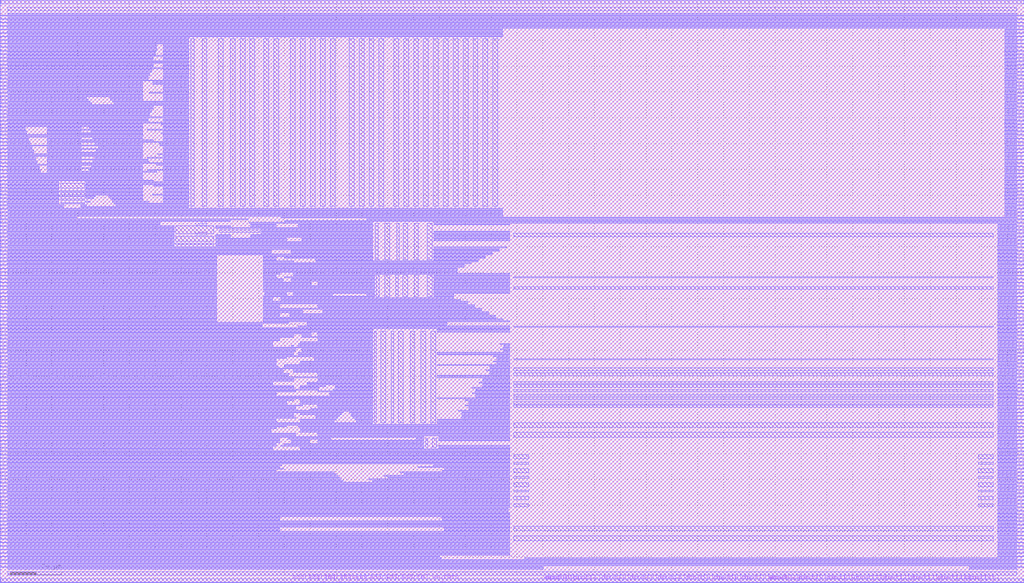
<source format=lef>
VERSION 5.8 ; 
BUSBITCHARS "[]" ; 
DIVIDERCHAR "/" ; 
MACRO sram22_256x16m8w8
    CLASS BLOCK  ;
    FOREIGN sram22_256x16m8w8   ;
    SIZE 396.360 BY 225.680 ;
    SYMMETRY X Y R90 ;
    PIN dout[0] 
        DIRECTION OUTPUT ; 
        ANTENNADIFFAREA 0.448000 LAYER met2 ;
        ANTENNAPARTIALMETALAREA 0.950300 LAYER met1 ;
        ANTENNAPARTIALMETALAREA 7.335400 LAYER met2 ;
        PORT 
            LAYER met1 ;
                RECT 210.910 0.000 211.050 0.140 ;
        END 
    END dout[0] 
    PIN dout[1] 
        DIRECTION OUTPUT ; 
        ANTENNADIFFAREA 0.448000 LAYER met2 ;
        ANTENNAPARTIALMETALAREA 0.950300 LAYER met1 ;
        ANTENNAPARTIALMETALAREA 7.335400 LAYER met2 ;
        PORT 
            LAYER met1 ;
                RECT 221.810 0.000 221.950 0.140 ;
        END 
    END dout[1] 
    PIN dout[2] 
        DIRECTION OUTPUT ; 
        ANTENNADIFFAREA 0.448000 LAYER met2 ;
        ANTENNAPARTIALMETALAREA 0.950300 LAYER met1 ;
        ANTENNAPARTIALMETALAREA 7.335400 LAYER met2 ;
        PORT 
            LAYER met1 ;
                RECT 232.710 0.000 232.850 0.140 ;
        END 
    END dout[2] 
    PIN dout[3] 
        DIRECTION OUTPUT ; 
        ANTENNADIFFAREA 0.448000 LAYER met2 ;
        ANTENNAPARTIALMETALAREA 0.950300 LAYER met1 ;
        ANTENNAPARTIALMETALAREA 7.335400 LAYER met2 ;
        PORT 
            LAYER met1 ;
                RECT 243.610 0.000 243.750 0.140 ;
        END 
    END dout[3] 
    PIN dout[4] 
        DIRECTION OUTPUT ; 
        ANTENNADIFFAREA 0.448000 LAYER met2 ;
        ANTENNAPARTIALMETALAREA 0.950300 LAYER met1 ;
        ANTENNAPARTIALMETALAREA 7.335400 LAYER met2 ;
        PORT 
            LAYER met1 ;
                RECT 254.510 0.000 254.650 0.140 ;
        END 
    END dout[4] 
    PIN dout[5] 
        DIRECTION OUTPUT ; 
        ANTENNADIFFAREA 0.448000 LAYER met2 ;
        ANTENNAPARTIALMETALAREA 0.950300 LAYER met1 ;
        ANTENNAPARTIALMETALAREA 7.335400 LAYER met2 ;
        PORT 
            LAYER met1 ;
                RECT 265.410 0.000 265.550 0.140 ;
        END 
    END dout[5] 
    PIN dout[6] 
        DIRECTION OUTPUT ; 
        ANTENNADIFFAREA 0.448000 LAYER met2 ;
        ANTENNAPARTIALMETALAREA 0.950300 LAYER met1 ;
        ANTENNAPARTIALMETALAREA 7.335400 LAYER met2 ;
        PORT 
            LAYER met1 ;
                RECT 276.310 0.000 276.450 0.140 ;
        END 
    END dout[6] 
    PIN dout[7] 
        DIRECTION OUTPUT ; 
        ANTENNADIFFAREA 0.448000 LAYER met2 ;
        ANTENNAPARTIALMETALAREA 0.950300 LAYER met1 ;
        ANTENNAPARTIALMETALAREA 7.335400 LAYER met2 ;
        PORT 
            LAYER met1 ;
                RECT 287.210 0.000 287.350 0.140 ;
        END 
    END dout[7] 
    PIN dout[8] 
        DIRECTION OUTPUT ; 
        ANTENNADIFFAREA 0.448000 LAYER met2 ;
        ANTENNAPARTIALMETALAREA 0.950300 LAYER met1 ;
        ANTENNAPARTIALMETALAREA 7.335400 LAYER met2 ;
        PORT 
            LAYER met1 ;
                RECT 298.110 0.000 298.250 0.140 ;
        END 
    END dout[8] 
    PIN dout[9] 
        DIRECTION OUTPUT ; 
        ANTENNADIFFAREA 0.448000 LAYER met2 ;
        ANTENNAPARTIALMETALAREA 0.950300 LAYER met1 ;
        ANTENNAPARTIALMETALAREA 7.335400 LAYER met2 ;
        PORT 
            LAYER met1 ;
                RECT 309.010 0.000 309.150 0.140 ;
        END 
    END dout[9] 
    PIN dout[10] 
        DIRECTION OUTPUT ; 
        ANTENNADIFFAREA 0.448000 LAYER met2 ;
        ANTENNAPARTIALMETALAREA 0.950300 LAYER met1 ;
        ANTENNAPARTIALMETALAREA 7.335400 LAYER met2 ;
        PORT 
            LAYER met1 ;
                RECT 319.910 0.000 320.050 0.140 ;
        END 
    END dout[10] 
    PIN dout[11] 
        DIRECTION OUTPUT ; 
        ANTENNADIFFAREA 0.448000 LAYER met2 ;
        ANTENNAPARTIALMETALAREA 0.950300 LAYER met1 ;
        ANTENNAPARTIALMETALAREA 7.335400 LAYER met2 ;
        PORT 
            LAYER met1 ;
                RECT 330.810 0.000 330.950 0.140 ;
        END 
    END dout[11] 
    PIN dout[12] 
        DIRECTION OUTPUT ; 
        ANTENNADIFFAREA 0.448000 LAYER met2 ;
        ANTENNAPARTIALMETALAREA 0.950300 LAYER met1 ;
        ANTENNAPARTIALMETALAREA 7.335400 LAYER met2 ;
        PORT 
            LAYER met1 ;
                RECT 341.710 0.000 341.850 0.140 ;
        END 
    END dout[12] 
    PIN dout[13] 
        DIRECTION OUTPUT ; 
        ANTENNADIFFAREA 0.448000 LAYER met2 ;
        ANTENNAPARTIALMETALAREA 0.950300 LAYER met1 ;
        ANTENNAPARTIALMETALAREA 7.335400 LAYER met2 ;
        PORT 
            LAYER met1 ;
                RECT 352.610 0.000 352.750 0.140 ;
        END 
    END dout[13] 
    PIN dout[14] 
        DIRECTION OUTPUT ; 
        ANTENNADIFFAREA 0.448000 LAYER met2 ;
        ANTENNAPARTIALMETALAREA 0.950300 LAYER met1 ;
        ANTENNAPARTIALMETALAREA 7.335400 LAYER met2 ;
        PORT 
            LAYER met1 ;
                RECT 363.510 0.000 363.650 0.140 ;
        END 
    END dout[14] 
    PIN dout[15] 
        DIRECTION OUTPUT ; 
        ANTENNADIFFAREA 0.448000 LAYER met2 ;
        ANTENNAPARTIALMETALAREA 0.950300 LAYER met1 ;
        ANTENNAPARTIALMETALAREA 7.335400 LAYER met2 ;
        PORT 
            LAYER met1 ;
                RECT 374.410 0.000 374.550 0.140 ;
        END 
    END dout[15] 
    PIN din[0] 
        DIRECTION INPUT ; 
        ANTENNAGATEAREA 0.126000 LAYER met2 ;
        ANTENNAPARTIALMETALAREA 3.811200 LAYER met1 ;
        ANTENNAPARTIALMETALAREA 7.057000 LAYER met2 ;
        PORT 
            LAYER met1 ;
                RECT 210.490 0.000 210.630 0.140 ;
        END 
    END din[0] 
    PIN din[1] 
        DIRECTION INPUT ; 
        ANTENNAGATEAREA 0.126000 LAYER met2 ;
        ANTENNAPARTIALMETALAREA 3.811200 LAYER met1 ;
        ANTENNAPARTIALMETALAREA 7.057000 LAYER met2 ;
        PORT 
            LAYER met1 ;
                RECT 221.390 0.000 221.530 0.140 ;
        END 
    END din[1] 
    PIN din[2] 
        DIRECTION INPUT ; 
        ANTENNAGATEAREA 0.126000 LAYER met2 ;
        ANTENNAPARTIALMETALAREA 3.811200 LAYER met1 ;
        ANTENNAPARTIALMETALAREA 7.057000 LAYER met2 ;
        PORT 
            LAYER met1 ;
                RECT 232.290 0.000 232.430 0.140 ;
        END 
    END din[2] 
    PIN din[3] 
        DIRECTION INPUT ; 
        ANTENNAGATEAREA 0.126000 LAYER met2 ;
        ANTENNAPARTIALMETALAREA 3.811200 LAYER met1 ;
        ANTENNAPARTIALMETALAREA 7.057000 LAYER met2 ;
        PORT 
            LAYER met1 ;
                RECT 243.190 0.000 243.330 0.140 ;
        END 
    END din[3] 
    PIN din[4] 
        DIRECTION INPUT ; 
        ANTENNAGATEAREA 0.126000 LAYER met2 ;
        ANTENNAPARTIALMETALAREA 3.811200 LAYER met1 ;
        ANTENNAPARTIALMETALAREA 7.057000 LAYER met2 ;
        PORT 
            LAYER met1 ;
                RECT 254.090 0.000 254.230 0.140 ;
        END 
    END din[4] 
    PIN din[5] 
        DIRECTION INPUT ; 
        ANTENNAGATEAREA 0.126000 LAYER met2 ;
        ANTENNAPARTIALMETALAREA 3.811200 LAYER met1 ;
        ANTENNAPARTIALMETALAREA 7.057000 LAYER met2 ;
        PORT 
            LAYER met1 ;
                RECT 264.990 0.000 265.130 0.140 ;
        END 
    END din[5] 
    PIN din[6] 
        DIRECTION INPUT ; 
        ANTENNAGATEAREA 0.126000 LAYER met2 ;
        ANTENNAPARTIALMETALAREA 3.811200 LAYER met1 ;
        ANTENNAPARTIALMETALAREA 7.057000 LAYER met2 ;
        PORT 
            LAYER met1 ;
                RECT 275.890 0.000 276.030 0.140 ;
        END 
    END din[6] 
    PIN din[7] 
        DIRECTION INPUT ; 
        ANTENNAGATEAREA 0.126000 LAYER met2 ;
        ANTENNAPARTIALMETALAREA 3.811200 LAYER met1 ;
        ANTENNAPARTIALMETALAREA 7.057000 LAYER met2 ;
        PORT 
            LAYER met1 ;
                RECT 286.790 0.000 286.930 0.140 ;
        END 
    END din[7] 
    PIN din[8] 
        DIRECTION INPUT ; 
        ANTENNAGATEAREA 0.126000 LAYER met2 ;
        ANTENNAPARTIALMETALAREA 3.811200 LAYER met1 ;
        ANTENNAPARTIALMETALAREA 7.057000 LAYER met2 ;
        PORT 
            LAYER met1 ;
                RECT 297.690 0.000 297.830 0.140 ;
        END 
    END din[8] 
    PIN din[9] 
        DIRECTION INPUT ; 
        ANTENNAGATEAREA 0.126000 LAYER met2 ;
        ANTENNAPARTIALMETALAREA 3.811200 LAYER met1 ;
        ANTENNAPARTIALMETALAREA 7.057000 LAYER met2 ;
        PORT 
            LAYER met1 ;
                RECT 308.590 0.000 308.730 0.140 ;
        END 
    END din[9] 
    PIN din[10] 
        DIRECTION INPUT ; 
        ANTENNAGATEAREA 0.126000 LAYER met2 ;
        ANTENNAPARTIALMETALAREA 3.811200 LAYER met1 ;
        ANTENNAPARTIALMETALAREA 7.057000 LAYER met2 ;
        PORT 
            LAYER met1 ;
                RECT 319.490 0.000 319.630 0.140 ;
        END 
    END din[10] 
    PIN din[11] 
        DIRECTION INPUT ; 
        ANTENNAGATEAREA 0.126000 LAYER met2 ;
        ANTENNAPARTIALMETALAREA 3.811200 LAYER met1 ;
        ANTENNAPARTIALMETALAREA 7.057000 LAYER met2 ;
        PORT 
            LAYER met1 ;
                RECT 330.390 0.000 330.530 0.140 ;
        END 
    END din[11] 
    PIN din[12] 
        DIRECTION INPUT ; 
        ANTENNAGATEAREA 0.126000 LAYER met2 ;
        ANTENNAPARTIALMETALAREA 3.811200 LAYER met1 ;
        ANTENNAPARTIALMETALAREA 7.057000 LAYER met2 ;
        PORT 
            LAYER met1 ;
                RECT 341.290 0.000 341.430 0.140 ;
        END 
    END din[12] 
    PIN din[13] 
        DIRECTION INPUT ; 
        ANTENNAGATEAREA 0.126000 LAYER met2 ;
        ANTENNAPARTIALMETALAREA 3.811200 LAYER met1 ;
        ANTENNAPARTIALMETALAREA 7.057000 LAYER met2 ;
        PORT 
            LAYER met1 ;
                RECT 352.190 0.000 352.330 0.140 ;
        END 
    END din[13] 
    PIN din[14] 
        DIRECTION INPUT ; 
        ANTENNAGATEAREA 0.126000 LAYER met2 ;
        ANTENNAPARTIALMETALAREA 3.811200 LAYER met1 ;
        ANTENNAPARTIALMETALAREA 7.057000 LAYER met2 ;
        PORT 
            LAYER met1 ;
                RECT 363.090 0.000 363.230 0.140 ;
        END 
    END din[14] 
    PIN din[15] 
        DIRECTION INPUT ; 
        ANTENNAGATEAREA 0.126000 LAYER met2 ;
        ANTENNAPARTIALMETALAREA 3.811200 LAYER met1 ;
        ANTENNAPARTIALMETALAREA 7.057000 LAYER met2 ;
        PORT 
            LAYER met1 ;
                RECT 373.990 0.000 374.130 0.140 ;
        END 
    END din[15] 
    PIN wmask[0] 
        DIRECTION INPUT ; 
        ANTENNAGATEAREA 0.126000 LAYER met2 ;
        ANTENNAPARTIALMETALAREA 1.621600 LAYER met1 ;
        ANTENNAPARTIALMETALAREA 0.278400 LAYER met2 ;
        PORT 
            LAYER met1 ;
                RECT 210.140 0.000 210.280 0.140 ;
        END 
    END wmask[0] 
    PIN wmask[1] 
        DIRECTION INPUT ; 
        ANTENNAGATEAREA 0.126000 LAYER met2 ;
        ANTENNAPARTIALMETALAREA 1.621600 LAYER met1 ;
        ANTENNAPARTIALMETALAREA 0.278400 LAYER met2 ;
        PORT 
            LAYER met1 ;
                RECT 297.340 0.000 297.480 0.140 ;
        END 
    END wmask[1] 
    PIN addr[0] 
        DIRECTION INPUT ; 
        ANTENNAGATEAREA 0.126000 LAYER met1 ;
        ANTENNAPARTIALMETALAREA 6.063100 LAYER met1 ;
        PORT 
            LAYER met1 ;
                RECT 154.840 0.000 155.160 0.320 ;
        END 
    END addr[0] 
    PIN addr[1] 
        DIRECTION INPUT ; 
        ANTENNAGATEAREA 0.126000 LAYER met1 ;
        ANTENNAPARTIALMETALAREA 6.063100 LAYER met1 ;
        PORT 
            LAYER met1 ;
                RECT 148.720 0.000 149.040 0.320 ;
        END 
    END addr[1] 
    PIN addr[2] 
        DIRECTION INPUT ; 
        ANTENNAGATEAREA 0.126000 LAYER met1 ;
        ANTENNAPARTIALMETALAREA 6.063100 LAYER met1 ;
        PORT 
            LAYER met1 ;
                RECT 142.600 0.000 142.920 0.320 ;
        END 
    END addr[2] 
    PIN addr[3] 
        DIRECTION INPUT ; 
        ANTENNAGATEAREA 0.126000 LAYER met1 ;
        ANTENNAPARTIALMETALAREA 6.063100 LAYER met1 ;
        PORT 
            LAYER met1 ;
                RECT 136.480 0.000 136.800 0.320 ;
        END 
    END addr[3] 
    PIN addr[4] 
        DIRECTION INPUT ; 
        ANTENNAGATEAREA 0.126000 LAYER met1 ;
        ANTENNAPARTIALMETALAREA 6.063100 LAYER met1 ;
        PORT 
            LAYER met1 ;
                RECT 131.040 0.000 131.360 0.320 ;
        END 
    END addr[4] 
    PIN addr[5] 
        DIRECTION INPUT ; 
        ANTENNAGATEAREA 0.126000 LAYER met1 ;
        ANTENNAPARTIALMETALAREA 6.063100 LAYER met1 ;
        PORT 
            LAYER met1 ;
                RECT 124.920 0.000 125.240 0.320 ;
        END 
    END addr[5] 
    PIN addr[6] 
        DIRECTION INPUT ; 
        ANTENNAGATEAREA 0.126000 LAYER met1 ;
        ANTENNAPARTIALMETALAREA 6.063100 LAYER met1 ;
        PORT 
            LAYER met1 ;
                RECT 118.800 0.000 119.120 0.320 ;
        END 
    END addr[6] 
    PIN addr[7] 
        DIRECTION INPUT ; 
        ANTENNAGATEAREA 0.126000 LAYER met1 ;
        ANTENNAPARTIALMETALAREA 6.063100 LAYER met1 ;
        PORT 
            LAYER met1 ;
                RECT 112.680 0.000 113.000 0.320 ;
        END 
    END addr[7] 
    PIN we 
        DIRECTION INPUT ; 
        ANTENNAGATEAREA 0.126000 LAYER met1 ;
        ANTENNAPARTIALMETALAREA 6.063100 LAYER met1 ;
        PORT 
            LAYER met1 ;
                RECT 167.080 0.000 167.400 0.320 ;
        END 
    END we 
    PIN ce 
        DIRECTION INPUT ; 
        ANTENNAGATEAREA 0.126000 LAYER met1 ;
        ANTENNAPARTIALMETALAREA 6.063100 LAYER met1 ;
        PORT 
            LAYER met1 ;
                RECT 160.960 0.000 161.280 0.320 ;
        END 
    END ce 
    PIN clk 
        DIRECTION INPUT ; 
        ANTENNAGATEAREA 12.834000 LAYER met2 ;
        PORT 
            LAYER met1 ;
                RECT 170.480 0.000 170.800 0.320 ;
        END 
    END clk 
    PIN rstb 
        DIRECTION INPUT ; 
        ANTENNAGATEAREA 16.740000 LAYER met2 ;
        PORT 
            LAYER met1 ;
                RECT 171.160 0.000 171.480 0.320 ;
        END 
    END rstb 
    PIN vdd 
        DIRECTION INOUT ; 
        USE POWER ; 
        PORT 
            LAYER met2 ;
                RECT 0.160 5.920 210.240 6.240 ;
                RECT 375.160 5.920 396.200 6.240 ;
                RECT 0.160 7.280 396.200 7.600 ;
                RECT 0.160 8.640 396.200 8.960 ;
                RECT 0.160 10.000 170.120 10.320 ;
                RECT 386.040 10.000 396.200 10.320 ;
                RECT 0.160 11.360 197.320 11.680 ;
                RECT 386.040 11.360 396.200 11.680 ;
                RECT 0.160 12.720 197.320 13.040 ;
                RECT 386.040 12.720 396.200 13.040 ;
                RECT 0.160 14.080 197.320 14.400 ;
                RECT 386.040 14.080 396.200 14.400 ;
                RECT 0.160 15.440 197.320 15.760 ;
                RECT 386.040 15.440 396.200 15.760 ;
                RECT 0.160 16.800 197.320 17.120 ;
                RECT 386.040 16.800 396.200 17.120 ;
                RECT 0.160 18.160 197.320 18.480 ;
                RECT 386.040 18.160 396.200 18.480 ;
                RECT 0.160 19.520 197.320 19.840 ;
                RECT 386.040 19.520 396.200 19.840 ;
                RECT 0.160 20.880 108.240 21.200 ;
                RECT 171.840 20.880 197.320 21.200 ;
                RECT 386.040 20.880 396.200 21.200 ;
                RECT 0.160 22.240 197.320 22.560 ;
                RECT 386.040 22.240 396.200 22.560 ;
                RECT 0.160 23.600 197.320 23.920 ;
                RECT 386.040 23.600 396.200 23.920 ;
                RECT 0.160 24.960 108.240 25.280 ;
                RECT 171.160 24.960 197.320 25.280 ;
                RECT 386.040 24.960 396.200 25.280 ;
                RECT 0.160 26.320 197.320 26.640 ;
                RECT 386.040 26.320 396.200 26.640 ;
                RECT 0.160 27.680 196.640 28.000 ;
                RECT 386.040 27.680 396.200 28.000 ;
                RECT 0.160 29.040 197.320 29.360 ;
                RECT 386.040 29.040 396.200 29.360 ;
                RECT 0.160 30.400 197.320 30.720 ;
                RECT 386.040 30.400 396.200 30.720 ;
                RECT 0.160 31.760 197.320 32.080 ;
                RECT 386.040 31.760 396.200 32.080 ;
                RECT 0.160 33.120 197.320 33.440 ;
                RECT 386.040 33.120 396.200 33.440 ;
                RECT 0.160 34.480 197.320 34.800 ;
                RECT 386.040 34.480 396.200 34.800 ;
                RECT 0.160 35.840 197.320 36.160 ;
                RECT 386.040 35.840 396.200 36.160 ;
                RECT 0.160 37.200 197.320 37.520 ;
                RECT 386.040 37.200 396.200 37.520 ;
                RECT 0.160 38.560 197.320 38.880 ;
                RECT 386.040 38.560 396.200 38.880 ;
                RECT 0.160 39.920 132.040 40.240 ;
                RECT 142.600 39.920 197.320 40.240 ;
                RECT 386.040 39.920 396.200 40.240 ;
                RECT 0.160 41.280 130.680 41.600 ;
                RECT 148.720 41.280 197.320 41.600 ;
                RECT 386.040 41.280 396.200 41.600 ;
                RECT 0.160 42.640 129.320 42.960 ;
                RECT 154.840 42.640 197.320 42.960 ;
                RECT 386.040 42.640 396.200 42.960 ;
                RECT 0.160 44.000 109.600 44.320 ;
                RECT 171.840 44.000 197.320 44.320 ;
                RECT 386.040 44.000 396.200 44.320 ;
                RECT 0.160 45.360 108.920 45.680 ;
                RECT 167.760 45.360 197.320 45.680 ;
                RECT 386.040 45.360 396.200 45.680 ;
                RECT 0.160 46.720 197.320 47.040 ;
                RECT 386.040 46.720 396.200 47.040 ;
                RECT 0.160 48.080 197.320 48.400 ;
                RECT 386.040 48.080 396.200 48.400 ;
                RECT 0.160 49.440 197.320 49.760 ;
                RECT 386.040 49.440 396.200 49.760 ;
                RECT 0.160 50.800 197.320 51.120 ;
                RECT 386.040 50.800 396.200 51.120 ;
                RECT 0.160 52.160 105.520 52.480 ;
                RECT 116.080 52.160 164.000 52.480 ;
                RECT 169.800 52.160 197.320 52.480 ;
                RECT 386.040 52.160 396.200 52.480 ;
                RECT 0.160 53.520 106.880 53.840 ;
                RECT 109.960 53.520 164.000 53.840 ;
                RECT 386.040 53.520 396.200 53.840 ;
                RECT 0.160 54.880 108.240 55.200 ;
                RECT 112.680 54.880 119.800 55.200 ;
                RECT 122.880 54.880 164.000 55.200 ;
                RECT 169.800 54.880 197.320 55.200 ;
                RECT 386.040 54.880 396.200 55.200 ;
                RECT 0.160 56.240 164.000 56.560 ;
                RECT 169.800 56.240 197.320 56.560 ;
                RECT 386.040 56.240 396.200 56.560 ;
                RECT 0.160 57.600 114.360 57.920 ;
                RECT 122.880 57.600 197.320 57.920 ;
                RECT 386.040 57.600 396.200 57.920 ;
                RECT 0.160 58.960 104.840 59.280 ;
                RECT 116.080 58.960 197.320 59.280 ;
                RECT 386.040 58.960 396.200 59.280 ;
                RECT 0.160 60.320 110.960 60.640 ;
                RECT 115.400 60.320 197.320 60.640 ;
                RECT 386.040 60.320 396.200 60.640 ;
                RECT 0.160 61.680 144.280 62.000 ;
                RECT 169.120 61.680 197.320 62.000 ;
                RECT 386.040 61.680 396.200 62.000 ;
                RECT 0.160 63.040 106.880 63.360 ;
                RECT 116.080 63.040 130.000 63.360 ;
                RECT 137.160 63.040 144.280 63.360 ;
                RECT 169.120 63.040 197.320 63.360 ;
                RECT 386.040 63.040 396.200 63.360 ;
                RECT 0.160 64.400 113.680 64.720 ;
                RECT 122.200 64.400 131.360 64.720 ;
                RECT 135.800 64.400 144.280 64.720 ;
                RECT 178.640 64.400 197.320 64.720 ;
                RECT 386.040 64.400 396.200 64.720 ;
                RECT 0.160 65.760 132.720 66.080 ;
                RECT 135.120 65.760 144.280 66.080 ;
                RECT 178.640 65.760 197.320 66.080 ;
                RECT 386.040 65.760 396.200 66.080 ;
                RECT 0.160 67.120 114.360 67.440 ;
                RECT 120.160 67.120 144.280 67.440 ;
                RECT 181.360 67.120 197.320 67.440 ;
                RECT 386.040 67.120 396.200 67.440 ;
                RECT 0.160 68.480 117.080 68.800 ;
                RECT 122.880 68.480 144.280 68.800 ;
                RECT 180.000 68.480 197.320 68.800 ;
                RECT 386.040 68.480 396.200 68.800 ;
                RECT 0.160 69.840 110.960 70.160 ;
                RECT 116.080 69.840 144.280 70.160 ;
                RECT 181.360 69.840 197.320 70.160 ;
                RECT 386.040 69.840 396.200 70.160 ;
                RECT 0.160 71.200 144.280 71.520 ;
                RECT 169.120 71.200 197.320 71.520 ;
                RECT 386.040 71.200 396.200 71.520 ;
                RECT 0.160 72.560 106.880 72.880 ;
                RECT 127.640 72.560 144.280 72.880 ;
                RECT 184.080 72.560 197.320 72.880 ;
                RECT 386.040 72.560 396.200 72.880 ;
                RECT 0.160 73.920 114.360 74.240 ;
                RECT 122.880 73.920 144.280 74.240 ;
                RECT 184.080 73.920 197.320 74.240 ;
                RECT 386.040 73.920 396.200 74.240 ;
                RECT 0.160 75.280 113.680 75.600 ;
                RECT 116.080 75.280 123.200 75.600 ;
                RECT 129.680 75.280 144.280 75.600 ;
                RECT 182.720 75.280 197.320 75.600 ;
                RECT 386.040 75.280 396.200 75.600 ;
                RECT 0.160 76.640 105.520 76.960 ;
                RECT 118.800 76.640 144.280 76.960 ;
                RECT 186.800 76.640 197.320 76.960 ;
                RECT 386.040 76.640 396.200 76.960 ;
                RECT 0.160 78.000 113.680 78.320 ;
                RECT 122.880 78.000 144.280 78.320 ;
                RECT 186.800 78.000 197.320 78.320 ;
                RECT 386.040 78.000 396.200 78.320 ;
                RECT 0.160 79.360 144.280 79.680 ;
                RECT 169.120 79.360 197.320 79.680 ;
                RECT 386.040 79.360 396.200 79.680 ;
                RECT 0.160 80.720 111.640 81.040 ;
                RECT 122.880 80.720 144.280 81.040 ;
                RECT 189.520 80.720 197.320 81.040 ;
                RECT 386.040 80.720 396.200 81.040 ;
                RECT 0.160 82.080 109.600 82.400 ;
                RECT 113.360 82.080 144.280 82.400 ;
                RECT 188.160 82.080 197.320 82.400 ;
                RECT 386.040 82.080 396.200 82.400 ;
                RECT 0.160 83.440 107.560 83.760 ;
                RECT 109.960 83.440 144.280 83.760 ;
                RECT 189.520 83.440 197.320 83.760 ;
                RECT 386.040 83.440 396.200 83.760 ;
                RECT 0.160 84.800 106.880 85.120 ;
                RECT 116.080 84.800 144.280 85.120 ;
                RECT 192.240 84.800 197.320 85.120 ;
                RECT 386.040 84.800 396.200 85.120 ;
                RECT 0.160 86.160 106.880 86.480 ;
                RECT 121.520 86.160 144.280 86.480 ;
                RECT 192.240 86.160 197.320 86.480 ;
                RECT 386.040 86.160 396.200 86.480 ;
                RECT 0.160 87.520 144.280 87.840 ;
                RECT 190.880 87.520 197.320 87.840 ;
                RECT 386.040 87.520 396.200 87.840 ;
                RECT 0.160 88.880 113.680 89.200 ;
                RECT 115.400 88.880 144.280 89.200 ;
                RECT 169.120 88.880 197.320 89.200 ;
                RECT 386.040 88.880 396.200 89.200 ;
                RECT 0.160 90.240 114.360 90.560 ;
                RECT 116.760 90.240 144.280 90.560 ;
                RECT 193.600 90.240 197.320 90.560 ;
                RECT 386.040 90.240 396.200 90.560 ;
                RECT 0.160 91.600 105.520 91.920 ;
                RECT 112.680 91.600 113.680 91.920 ;
                RECT 115.400 91.600 144.280 91.920 ;
                RECT 194.960 91.600 197.320 91.920 ;
                RECT 386.040 91.600 396.200 91.920 ;
                RECT 0.160 92.960 105.520 93.280 ;
                RECT 116.080 92.960 144.280 93.280 ;
                RECT 386.040 92.960 396.200 93.280 ;
                RECT 0.160 94.320 108.240 94.640 ;
                RECT 122.880 94.320 144.280 94.640 ;
                RECT 386.040 94.320 396.200 94.640 ;
                RECT 0.160 95.680 113.680 96.000 ;
                RECT 116.760 95.680 120.480 96.000 ;
                RECT 122.880 95.680 144.280 96.000 ;
                RECT 386.040 95.680 396.200 96.000 ;
                RECT 0.160 97.040 144.280 97.360 ;
                RECT 169.120 97.040 197.320 97.360 ;
                RECT 386.040 97.040 396.200 97.360 ;
                RECT 0.160 98.400 197.320 98.720 ;
                RECT 386.040 98.400 396.200 98.720 ;
                RECT 0.160 99.760 101.440 100.080 ;
                RECT 118.800 99.760 172.840 100.080 ;
                RECT 386.040 99.760 396.200 100.080 ;
                RECT 0.160 101.120 83.760 101.440 ;
                RECT 101.800 101.120 197.320 101.440 ;
                RECT 386.040 101.120 396.200 101.440 ;
                RECT 0.160 102.480 83.760 102.800 ;
                RECT 101.800 102.480 191.880 102.800 ;
                RECT 386.040 102.480 396.200 102.800 ;
                RECT 0.160 103.840 83.760 104.160 ;
                RECT 101.800 103.840 108.240 104.160 ;
                RECT 112.000 103.840 189.160 104.160 ;
                RECT 386.040 103.840 396.200 104.160 ;
                RECT 0.160 105.200 83.760 105.520 ;
                RECT 101.800 105.200 117.080 105.520 ;
                RECT 124.920 105.200 186.440 105.520 ;
                RECT 386.040 105.200 396.200 105.520 ;
                RECT 0.160 106.560 83.760 106.880 ;
                RECT 101.800 106.560 108.240 106.880 ;
                RECT 122.880 106.560 183.720 106.880 ;
                RECT 386.040 106.560 396.200 106.880 ;
                RECT 0.160 107.920 83.760 108.240 ;
                RECT 101.800 107.920 181.000 108.240 ;
                RECT 386.040 107.920 396.200 108.240 ;
                RECT 0.160 109.280 83.760 109.600 ;
                RECT 101.800 109.280 105.520 109.600 ;
                RECT 108.600 109.280 178.280 109.600 ;
                RECT 386.040 109.280 396.200 109.600 ;
                RECT 0.160 110.640 83.760 110.960 ;
                RECT 101.800 110.640 144.960 110.960 ;
                RECT 167.760 110.640 175.560 110.960 ;
                RECT 386.040 110.640 396.200 110.960 ;
                RECT 0.160 112.000 83.760 112.320 ;
                RECT 102.480 112.000 110.960 112.320 ;
                RECT 113.360 112.000 144.960 112.320 ;
                RECT 167.760 112.000 197.320 112.320 ;
                RECT 386.040 112.000 396.200 112.320 ;
                RECT 0.160 113.360 83.760 113.680 ;
                RECT 101.800 113.360 144.960 113.680 ;
                RECT 167.760 113.360 197.320 113.680 ;
                RECT 386.040 113.360 396.200 113.680 ;
                RECT 0.160 114.720 83.760 115.040 ;
                RECT 101.800 114.720 144.960 115.040 ;
                RECT 167.760 114.720 197.320 115.040 ;
                RECT 386.040 114.720 396.200 115.040 ;
                RECT 0.160 116.080 83.760 116.400 ;
                RECT 101.800 116.080 120.480 116.400 ;
                RECT 122.880 116.080 144.960 116.400 ;
                RECT 167.760 116.080 197.320 116.400 ;
                RECT 386.040 116.080 396.200 116.400 ;
                RECT 0.160 117.440 83.760 117.760 ;
                RECT 101.800 117.440 109.600 117.760 ;
                RECT 112.680 117.440 144.960 117.760 ;
                RECT 167.760 117.440 197.320 117.760 ;
                RECT 386.040 117.440 396.200 117.760 ;
                RECT 0.160 118.800 83.760 119.120 ;
                RECT 101.800 118.800 106.880 119.120 ;
                RECT 113.360 118.800 144.960 119.120 ;
                RECT 167.760 118.800 197.320 119.120 ;
                RECT 386.040 118.800 396.200 119.120 ;
                RECT 0.160 120.160 83.760 120.480 ;
                RECT 101.800 120.160 176.920 120.480 ;
                RECT 386.040 120.160 396.200 120.480 ;
                RECT 0.160 121.520 83.760 121.840 ;
                RECT 101.800 121.520 176.920 121.840 ;
                RECT 386.040 121.520 396.200 121.840 ;
                RECT 0.160 122.880 83.760 123.200 ;
                RECT 101.800 122.880 179.640 123.200 ;
                RECT 386.040 122.880 396.200 123.200 ;
                RECT 0.160 124.240 83.760 124.560 ;
                RECT 101.800 124.240 113.680 124.560 ;
                RECT 122.200 124.240 185.080 124.560 ;
                RECT 386.040 124.240 396.200 124.560 ;
                RECT 0.160 125.600 83.760 125.920 ;
                RECT 101.800 125.600 106.880 125.920 ;
                RECT 109.960 125.600 144.280 125.920 ;
                RECT 167.760 125.600 187.800 125.920 ;
                RECT 386.040 125.600 396.200 125.920 ;
                RECT 0.160 126.960 144.280 127.280 ;
                RECT 167.760 126.960 190.520 127.280 ;
                RECT 386.040 126.960 396.200 127.280 ;
                RECT 0.160 128.320 104.840 128.640 ;
                RECT 112.680 128.320 144.280 128.640 ;
                RECT 167.760 128.320 193.240 128.640 ;
                RECT 386.040 128.320 396.200 128.640 ;
                RECT 0.160 129.680 144.280 130.000 ;
                RECT 167.760 129.680 195.960 130.000 ;
                RECT 386.040 129.680 396.200 130.000 ;
                RECT 0.160 131.040 67.440 131.360 ;
                RECT 83.440 131.040 144.280 131.360 ;
                RECT 386.040 131.040 396.200 131.360 ;
                RECT 0.160 132.400 67.440 132.720 ;
                RECT 83.440 132.400 110.960 132.720 ;
                RECT 116.760 132.400 144.280 132.720 ;
                RECT 167.760 132.400 197.320 132.720 ;
                RECT 386.040 132.400 396.200 132.720 ;
                RECT 0.160 133.760 67.440 134.080 ;
                RECT 83.440 133.760 89.200 134.080 ;
                RECT 97.040 133.760 144.280 134.080 ;
                RECT 167.760 133.760 197.320 134.080 ;
                RECT 386.040 133.760 396.200 134.080 ;
                RECT 0.160 135.120 67.440 135.440 ;
                RECT 101.120 135.120 144.280 135.440 ;
                RECT 167.760 135.120 197.320 135.440 ;
                RECT 386.040 135.120 396.200 135.440 ;
                RECT 0.160 136.480 67.440 136.800 ;
                RECT 101.120 136.480 144.280 136.800 ;
                RECT 386.040 136.480 396.200 136.800 ;
                RECT 0.160 137.840 67.440 138.160 ;
                RECT 83.440 137.840 89.200 138.160 ;
                RECT 97.040 137.840 106.880 138.160 ;
                RECT 115.400 137.840 144.280 138.160 ;
                RECT 386.040 137.840 396.200 138.160 ;
                RECT 0.160 139.200 62.000 139.520 ;
                RECT 96.360 139.200 144.280 139.520 ;
                RECT 167.760 139.200 396.200 139.520 ;
                RECT 0.160 140.560 96.000 140.880 ;
                RECT 141.920 140.560 396.200 140.880 ;
                RECT 0.160 141.920 194.600 142.240 ;
                RECT 388.760 141.920 396.200 142.240 ;
                RECT 0.160 143.280 194.600 143.600 ;
                RECT 388.760 143.280 396.200 143.600 ;
                RECT 0.160 144.640 194.600 144.960 ;
                RECT 388.760 144.640 396.200 144.960 ;
                RECT 0.160 146.000 24.600 146.320 ;
                RECT 31.080 146.000 33.440 146.320 ;
                RECT 44.680 146.000 72.880 146.320 ;
                RECT 388.760 146.000 396.200 146.320 ;
                RECT 0.160 147.360 22.560 147.680 ;
                RECT 33.120 147.360 34.800 147.680 ;
                RECT 43.320 147.360 57.240 147.680 ;
                RECT 63.040 147.360 72.880 147.680 ;
                RECT 388.760 147.360 396.200 147.680 ;
                RECT 0.160 148.720 22.560 149.040 ;
                RECT 33.120 148.720 36.160 149.040 ;
                RECT 42.640 148.720 55.200 149.040 ;
                RECT 63.040 148.720 72.880 149.040 ;
                RECT 388.760 148.720 396.200 149.040 ;
                RECT 0.160 150.080 22.560 150.400 ;
                RECT 33.120 150.080 55.200 150.400 ;
                RECT 58.960 150.080 72.880 150.400 ;
                RECT 388.760 150.080 396.200 150.400 ;
                RECT 0.160 151.440 55.200 151.760 ;
                RECT 63.040 151.440 72.880 151.760 ;
                RECT 388.760 151.440 396.200 151.760 ;
                RECT 0.160 152.800 22.560 153.120 ;
                RECT 33.120 152.800 55.200 153.120 ;
                RECT 63.040 152.800 72.880 153.120 ;
                RECT 388.760 152.800 396.200 153.120 ;
                RECT 0.160 154.160 22.560 154.480 ;
                RECT 33.120 154.160 72.880 154.480 ;
                RECT 388.760 154.160 396.200 154.480 ;
                RECT 0.160 155.520 59.280 155.840 ;
                RECT 63.040 155.520 72.880 155.840 ;
                RECT 388.760 155.520 396.200 155.840 ;
                RECT 0.160 156.880 55.200 157.200 ;
                RECT 63.040 156.880 72.880 157.200 ;
                RECT 388.760 156.880 396.200 157.200 ;
                RECT 0.160 158.240 55.200 158.560 ;
                RECT 63.040 158.240 72.880 158.560 ;
                RECT 388.760 158.240 396.200 158.560 ;
                RECT 0.160 159.600 15.760 159.920 ;
                RECT 18.160 159.600 31.400 159.920 ;
                RECT 34.480 159.600 55.200 159.920 ;
                RECT 56.920 159.600 72.880 159.920 ;
                RECT 388.760 159.600 396.200 159.920 ;
                RECT 0.160 160.960 15.080 161.280 ;
                RECT 18.160 160.960 31.400 161.280 ;
                RECT 35.160 160.960 55.200 161.280 ;
                RECT 63.040 160.960 72.880 161.280 ;
                RECT 388.760 160.960 396.200 161.280 ;
                RECT 0.160 162.320 14.400 162.640 ;
                RECT 18.160 162.320 72.880 162.640 ;
                RECT 388.760 162.320 396.200 162.640 ;
                RECT 0.160 163.680 13.720 164.000 ;
                RECT 18.160 163.680 57.240 164.000 ;
                RECT 63.040 163.680 72.880 164.000 ;
                RECT 388.760 163.680 396.200 164.000 ;
                RECT 0.160 165.040 55.200 165.360 ;
                RECT 63.040 165.040 72.880 165.360 ;
                RECT 388.760 165.040 396.200 165.360 ;
                RECT 0.160 166.400 13.040 166.720 ;
                RECT 18.160 166.400 55.200 166.720 ;
                RECT 63.040 166.400 72.880 166.720 ;
                RECT 388.760 166.400 396.200 166.720 ;
                RECT 0.160 167.760 12.360 168.080 ;
                RECT 18.160 167.760 55.200 168.080 ;
                RECT 63.040 167.760 72.880 168.080 ;
                RECT 388.760 167.760 396.200 168.080 ;
                RECT 0.160 169.120 55.200 169.440 ;
                RECT 61.680 169.120 72.880 169.440 ;
                RECT 388.760 169.120 396.200 169.440 ;
                RECT 0.160 170.480 11.680 170.800 ;
                RECT 18.160 170.480 72.880 170.800 ;
                RECT 388.760 170.480 396.200 170.800 ;
                RECT 0.160 171.840 11.000 172.160 ;
                RECT 18.160 171.840 31.400 172.160 ;
                RECT 35.840 171.840 55.200 172.160 ;
                RECT 63.040 171.840 72.880 172.160 ;
                RECT 388.760 171.840 396.200 172.160 ;
                RECT 0.160 173.200 55.200 173.520 ;
                RECT 63.040 173.200 72.880 173.520 ;
                RECT 388.760 173.200 396.200 173.520 ;
                RECT 0.160 174.560 10.320 174.880 ;
                RECT 18.160 174.560 31.400 174.880 ;
                RECT 35.160 174.560 55.200 174.880 ;
                RECT 63.040 174.560 72.880 174.880 ;
                RECT 388.760 174.560 396.200 174.880 ;
                RECT 0.160 175.920 9.640 176.240 ;
                RECT 18.160 175.920 31.400 176.240 ;
                RECT 34.480 175.920 55.200 176.240 ;
                RECT 63.040 175.920 72.880 176.240 ;
                RECT 388.760 175.920 396.200 176.240 ;
                RECT 0.160 177.280 55.200 177.600 ;
                RECT 62.360 177.280 72.880 177.600 ;
                RECT 388.760 177.280 396.200 177.600 ;
                RECT 0.160 178.640 57.240 178.960 ;
                RECT 63.040 178.640 72.880 178.960 ;
                RECT 388.760 178.640 396.200 178.960 ;
                RECT 0.160 180.000 72.880 180.320 ;
                RECT 388.760 180.000 396.200 180.320 ;
                RECT 0.160 181.360 57.920 181.680 ;
                RECT 63.040 181.360 72.880 181.680 ;
                RECT 388.760 181.360 396.200 181.680 ;
                RECT 0.160 182.720 58.600 183.040 ;
                RECT 63.040 182.720 72.880 183.040 ;
                RECT 388.760 182.720 396.200 183.040 ;
                RECT 0.160 184.080 59.280 184.400 ;
                RECT 63.040 184.080 72.880 184.400 ;
                RECT 388.760 184.080 396.200 184.400 ;
                RECT 0.160 185.440 35.480 185.760 ;
                RECT 44.000 185.440 72.880 185.760 ;
                RECT 388.760 185.440 396.200 185.760 ;
                RECT 0.160 186.800 34.120 187.120 ;
                RECT 42.640 186.800 55.200 187.120 ;
                RECT 63.040 186.800 72.880 187.120 ;
                RECT 388.760 186.800 396.200 187.120 ;
                RECT 0.160 188.160 55.200 188.480 ;
                RECT 63.040 188.160 72.880 188.480 ;
                RECT 388.760 188.160 396.200 188.480 ;
                RECT 0.160 189.520 55.200 189.840 ;
                RECT 57.600 189.520 72.880 189.840 ;
                RECT 388.760 189.520 396.200 189.840 ;
                RECT 0.160 190.880 55.200 191.200 ;
                RECT 63.040 190.880 72.880 191.200 ;
                RECT 388.760 190.880 396.200 191.200 ;
                RECT 0.160 192.240 55.200 192.560 ;
                RECT 63.040 192.240 72.880 192.560 ;
                RECT 388.760 192.240 396.200 192.560 ;
                RECT 0.160 193.600 55.200 193.920 ;
                RECT 58.960 193.600 72.880 193.920 ;
                RECT 388.760 193.600 396.200 193.920 ;
                RECT 0.160 194.960 57.240 195.280 ;
                RECT 63.040 194.960 72.880 195.280 ;
                RECT 388.760 194.960 396.200 195.280 ;
                RECT 0.160 196.320 57.920 196.640 ;
                RECT 63.040 196.320 72.880 196.640 ;
                RECT 388.760 196.320 396.200 196.640 ;
                RECT 0.160 197.680 58.600 198.000 ;
                RECT 63.040 197.680 72.880 198.000 ;
                RECT 388.760 197.680 396.200 198.000 ;
                RECT 0.160 199.040 72.880 199.360 ;
                RECT 388.760 199.040 396.200 199.360 ;
                RECT 0.160 200.400 59.280 200.720 ;
                RECT 63.040 200.400 72.880 200.720 ;
                RECT 388.760 200.400 396.200 200.720 ;
                RECT 0.160 201.760 72.880 202.080 ;
                RECT 388.760 201.760 396.200 202.080 ;
                RECT 0.160 203.120 59.280 203.440 ;
                RECT 63.040 203.120 72.880 203.440 ;
                RECT 388.760 203.120 396.200 203.440 ;
                RECT 0.160 204.480 59.960 204.800 ;
                RECT 63.040 204.480 72.880 204.800 ;
                RECT 388.760 204.480 396.200 204.800 ;
                RECT 0.160 205.840 60.640 206.160 ;
                RECT 63.040 205.840 72.880 206.160 ;
                RECT 388.760 205.840 396.200 206.160 ;
                RECT 0.160 207.200 60.640 207.520 ;
                RECT 63.040 207.200 72.880 207.520 ;
                RECT 388.760 207.200 396.200 207.520 ;
                RECT 0.160 208.560 72.880 208.880 ;
                RECT 388.760 208.560 396.200 208.880 ;
                RECT 0.160 209.920 72.880 210.240 ;
                RECT 388.760 209.920 396.200 210.240 ;
                RECT 0.160 211.280 194.600 211.600 ;
                RECT 388.760 211.280 396.200 211.600 ;
                RECT 0.160 212.640 194.600 212.960 ;
                RECT 388.760 212.640 396.200 212.960 ;
                RECT 0.160 214.000 194.600 214.320 ;
                RECT 388.760 214.000 396.200 214.320 ;
                RECT 0.160 215.360 396.200 215.680 ;
                RECT 0.160 216.720 396.200 217.040 ;
                RECT 0.160 218.080 396.200 218.400 ;
                RECT 0.160 219.440 396.200 219.760 ;
                RECT 0.160 0.160 396.200 1.520 ;
                RECT 0.160 224.160 396.200 225.520 ;
                RECT 198.740 32.080 204.540 33.450 ;
                RECT 378.640 32.080 384.440 33.450 ;
                RECT 198.740 37.195 204.540 38.615 ;
                RECT 378.640 37.195 384.440 38.615 ;
                RECT 198.740 42.515 204.540 44.035 ;
                RECT 378.640 42.515 384.440 44.035 ;
                RECT 198.740 47.985 204.540 49.505 ;
                RECT 378.640 47.985 384.440 49.505 ;
                RECT 198.740 133.920 384.440 135.270 ;
                RECT 198.740 113.670 384.440 114.640 ;
                RECT 198.740 70.870 384.440 71.670 ;
                RECT 198.740 86.365 384.440 86.655 ;
                RECT 198.740 82.075 384.440 83.145 ;
                RECT 198.740 67.860 384.440 68.660 ;
                RECT 198.740 75.760 384.440 76.560 ;
                RECT 198.740 56.390 384.440 58.190 ;
                RECT 198.740 16.325 384.440 18.125 ;
                RECT 78.110 145.715 80.030 210.495 ;
                RECT 88.985 145.715 90.905 210.495 ;
                RECT 92.825 145.715 94.745 210.495 ;
                RECT 96.665 145.715 98.585 210.495 ;
                RECT 112.330 145.715 114.250 210.495 ;
                RECT 116.170 145.715 118.090 210.495 ;
                RECT 120.010 145.715 121.930 210.495 ;
                RECT 123.850 145.715 125.770 210.495 ;
                RECT 127.690 145.715 129.610 210.495 ;
                RECT 152.290 145.715 154.210 210.495 ;
                RECT 156.130 145.715 158.050 210.495 ;
                RECT 159.970 145.715 161.890 210.495 ;
                RECT 163.810 145.715 165.730 210.495 ;
                RECT 167.650 145.715 169.570 210.495 ;
                RECT 171.490 145.715 173.410 210.495 ;
                RECT 175.330 145.715 177.250 210.495 ;
                RECT 179.170 145.715 181.090 210.495 ;
                RECT 183.010 145.715 184.930 210.495 ;
                RECT 186.850 145.715 188.770 210.495 ;
                RECT 190.690 145.715 192.610 210.495 ;
                RECT 147.315 61.965 149.235 97.365 ;
                RECT 154.075 61.965 155.995 97.365 ;
                RECT 162.785 61.965 164.705 97.365 ;
                RECT 166.625 61.965 168.545 97.365 ;
                RECT 148.800 125.020 150.720 139.080 ;
                RECT 156.075 125.020 157.825 139.080 ;
                RECT 165.330 125.020 167.250 139.080 ;
                RECT 148.800 110.700 150.720 119.020 ;
                RECT 155.775 110.700 157.695 119.020 ;
                RECT 165.330 110.700 167.250 119.020 ;
                RECT 167.155 52.385 168.905 55.965 ;
                RECT 23.460 147.985 32.620 148.735 ;
                RECT 23.460 152.740 32.620 154.660 ;
                RECT 84.700 135.770 100.740 136.570 ;
                RECT 67.900 135.125 82.740 138.175 ;
        END 
    END vdd 
    PIN vss 
        DIRECTION INOUT ; 
        USE GROUND ; 
        PORT 
            LAYER met2 ;
                RECT 2.880 5.240 210.240 5.560 ;
                RECT 375.160 5.240 393.480 5.560 ;
                RECT 2.880 6.600 393.480 6.920 ;
                RECT 2.880 7.960 393.480 8.280 ;
                RECT 2.880 9.320 170.800 9.640 ;
                RECT 203.120 9.320 393.480 9.640 ;
                RECT 2.880 10.680 197.320 11.000 ;
                RECT 386.040 10.680 393.480 11.000 ;
                RECT 2.880 12.040 197.320 12.360 ;
                RECT 386.040 12.040 393.480 12.360 ;
                RECT 2.880 13.400 197.320 13.720 ;
                RECT 386.040 13.400 393.480 13.720 ;
                RECT 2.880 14.760 197.320 15.080 ;
                RECT 386.040 14.760 393.480 15.080 ;
                RECT 2.880 16.120 197.320 16.440 ;
                RECT 386.040 16.120 393.480 16.440 ;
                RECT 2.880 17.480 197.320 17.800 ;
                RECT 386.040 17.480 393.480 17.800 ;
                RECT 2.880 18.840 197.320 19.160 ;
                RECT 386.040 18.840 393.480 19.160 ;
                RECT 2.880 20.200 108.240 20.520 ;
                RECT 171.840 20.200 197.320 20.520 ;
                RECT 386.040 20.200 393.480 20.520 ;
                RECT 2.880 21.560 197.320 21.880 ;
                RECT 386.040 21.560 393.480 21.880 ;
                RECT 2.880 22.920 197.320 23.240 ;
                RECT 386.040 22.920 393.480 23.240 ;
                RECT 2.880 24.280 108.240 24.600 ;
                RECT 171.160 24.280 197.320 24.600 ;
                RECT 386.040 24.280 393.480 24.600 ;
                RECT 2.880 25.640 197.320 25.960 ;
                RECT 386.040 25.640 393.480 25.960 ;
                RECT 2.880 27.000 197.320 27.320 ;
                RECT 386.040 27.000 393.480 27.320 ;
                RECT 2.880 28.360 196.640 28.680 ;
                RECT 386.040 28.360 393.480 28.680 ;
                RECT 2.880 29.720 197.320 30.040 ;
                RECT 386.040 29.720 393.480 30.040 ;
                RECT 2.880 31.080 197.320 31.400 ;
                RECT 386.040 31.080 393.480 31.400 ;
                RECT 2.880 32.440 197.320 32.760 ;
                RECT 386.040 32.440 393.480 32.760 ;
                RECT 2.880 33.800 197.320 34.120 ;
                RECT 386.040 33.800 393.480 34.120 ;
                RECT 2.880 35.160 197.320 35.480 ;
                RECT 386.040 35.160 393.480 35.480 ;
                RECT 2.880 36.520 197.320 36.840 ;
                RECT 386.040 36.520 393.480 36.840 ;
                RECT 2.880 37.880 197.320 38.200 ;
                RECT 386.040 37.880 393.480 38.200 ;
                RECT 2.880 39.240 132.720 39.560 ;
                RECT 143.960 39.240 197.320 39.560 ;
                RECT 386.040 39.240 393.480 39.560 ;
                RECT 2.880 40.600 131.360 40.920 ;
                RECT 150.080 40.600 197.320 40.920 ;
                RECT 386.040 40.600 393.480 40.920 ;
                RECT 2.880 41.960 130.000 42.280 ;
                RECT 156.200 41.960 197.320 42.280 ;
                RECT 386.040 41.960 393.480 42.280 ;
                RECT 2.880 43.320 106.880 43.640 ;
                RECT 171.160 43.320 197.320 43.640 ;
                RECT 386.040 43.320 393.480 43.640 ;
                RECT 2.880 44.680 108.240 45.000 ;
                RECT 161.640 44.680 197.320 45.000 ;
                RECT 386.040 44.680 393.480 45.000 ;
                RECT 2.880 46.040 197.320 46.360 ;
                RECT 386.040 46.040 393.480 46.360 ;
                RECT 2.880 47.400 197.320 47.720 ;
                RECT 386.040 47.400 393.480 47.720 ;
                RECT 2.880 48.760 197.320 49.080 ;
                RECT 386.040 48.760 393.480 49.080 ;
                RECT 2.880 50.120 197.320 50.440 ;
                RECT 386.040 50.120 393.480 50.440 ;
                RECT 2.880 51.480 105.520 51.800 ;
                RECT 116.080 51.480 197.320 51.800 ;
                RECT 386.040 51.480 393.480 51.800 ;
                RECT 2.880 52.840 106.880 53.160 ;
                RECT 108.600 52.840 164.000 53.160 ;
                RECT 169.800 52.840 197.320 53.160 ;
                RECT 386.040 52.840 393.480 53.160 ;
                RECT 2.880 54.200 108.240 54.520 ;
                RECT 112.680 54.200 119.800 54.520 ;
                RECT 122.880 54.200 164.000 54.520 ;
                RECT 386.040 54.200 393.480 54.520 ;
                RECT 2.880 55.560 108.240 55.880 ;
                RECT 111.320 55.560 127.960 55.880 ;
                RECT 160.960 55.560 164.000 55.880 ;
                RECT 169.800 55.560 197.320 55.880 ;
                RECT 386.040 55.560 393.480 55.880 ;
                RECT 2.880 56.920 114.360 57.240 ;
                RECT 122.880 56.920 197.320 57.240 ;
                RECT 386.040 56.920 393.480 57.240 ;
                RECT 2.880 58.280 104.840 58.600 ;
                RECT 116.080 58.280 197.320 58.600 ;
                RECT 386.040 58.280 393.480 58.600 ;
                RECT 2.880 59.640 106.880 59.960 ;
                RECT 116.080 59.640 197.320 59.960 ;
                RECT 386.040 59.640 393.480 59.960 ;
                RECT 2.880 61.000 197.320 61.320 ;
                RECT 386.040 61.000 393.480 61.320 ;
                RECT 2.880 62.360 106.880 62.680 ;
                RECT 116.080 62.360 129.320 62.680 ;
                RECT 137.840 62.360 144.280 62.680 ;
                RECT 169.120 62.360 197.320 62.680 ;
                RECT 386.040 62.360 393.480 62.680 ;
                RECT 2.880 63.720 114.360 64.040 ;
                RECT 122.200 63.720 130.680 64.040 ;
                RECT 136.480 63.720 144.280 64.040 ;
                RECT 178.640 63.720 197.320 64.040 ;
                RECT 386.040 63.720 393.480 64.040 ;
                RECT 2.880 65.080 113.680 65.400 ;
                RECT 116.080 65.080 132.040 65.400 ;
                RECT 135.800 65.080 144.280 65.400 ;
                RECT 178.640 65.080 197.320 65.400 ;
                RECT 386.040 65.080 393.480 65.400 ;
                RECT 2.880 66.440 144.280 66.760 ;
                RECT 177.280 66.440 197.320 66.760 ;
                RECT 386.040 66.440 393.480 66.760 ;
                RECT 2.880 67.800 114.360 68.120 ;
                RECT 122.880 67.800 144.280 68.120 ;
                RECT 181.360 67.800 197.320 68.120 ;
                RECT 386.040 67.800 393.480 68.120 ;
                RECT 2.880 69.160 110.960 69.480 ;
                RECT 116.080 69.160 144.280 69.480 ;
                RECT 181.360 69.160 197.320 69.480 ;
                RECT 386.040 69.160 393.480 69.480 ;
                RECT 2.880 70.520 113.680 70.840 ;
                RECT 116.080 70.520 144.280 70.840 ;
                RECT 180.000 70.520 197.320 70.840 ;
                RECT 386.040 70.520 393.480 70.840 ;
                RECT 2.880 71.880 144.280 72.200 ;
                RECT 184.080 71.880 197.320 72.200 ;
                RECT 386.040 71.880 393.480 72.200 ;
                RECT 2.880 73.240 106.880 73.560 ;
                RECT 127.640 73.240 144.280 73.560 ;
                RECT 182.720 73.240 197.320 73.560 ;
                RECT 386.040 73.240 393.480 73.560 ;
                RECT 2.880 74.600 123.200 74.920 ;
                RECT 129.000 74.600 144.280 74.920 ;
                RECT 184.080 74.600 197.320 74.920 ;
                RECT 386.040 74.600 393.480 74.920 ;
                RECT 2.880 75.960 113.680 76.280 ;
                RECT 116.080 75.960 125.920 76.280 ;
                RECT 129.680 75.960 144.280 76.280 ;
                RECT 186.800 75.960 197.320 76.280 ;
                RECT 386.040 75.960 393.480 76.280 ;
                RECT 2.880 77.320 105.520 77.640 ;
                RECT 118.800 77.320 144.280 77.640 ;
                RECT 185.440 77.320 197.320 77.640 ;
                RECT 386.040 77.320 393.480 77.640 ;
                RECT 2.880 78.680 113.680 79.000 ;
                RECT 122.880 78.680 144.280 79.000 ;
                RECT 186.800 78.680 197.320 79.000 ;
                RECT 386.040 78.680 393.480 79.000 ;
                RECT 2.880 80.040 111.640 80.360 ;
                RECT 122.880 80.040 144.280 80.360 ;
                RECT 169.120 80.040 197.320 80.360 ;
                RECT 386.040 80.040 393.480 80.360 ;
                RECT 2.880 81.400 109.600 81.720 ;
                RECT 113.360 81.400 144.280 81.720 ;
                RECT 189.520 81.400 197.320 81.720 ;
                RECT 386.040 81.400 393.480 81.720 ;
                RECT 2.880 82.760 144.280 83.080 ;
                RECT 189.520 82.760 197.320 83.080 ;
                RECT 386.040 82.760 393.480 83.080 ;
                RECT 2.880 84.120 106.880 84.440 ;
                RECT 109.960 84.120 144.280 84.440 ;
                RECT 169.120 84.120 197.320 84.440 ;
                RECT 386.040 84.120 393.480 84.440 ;
                RECT 2.880 85.480 106.880 85.800 ;
                RECT 116.080 85.480 144.280 85.800 ;
                RECT 190.880 85.480 197.320 85.800 ;
                RECT 386.040 85.480 393.480 85.800 ;
                RECT 2.880 86.840 110.960 87.160 ;
                RECT 121.520 86.840 144.280 87.160 ;
                RECT 192.240 86.840 197.320 87.160 ;
                RECT 386.040 86.840 393.480 87.160 ;
                RECT 2.880 88.200 113.680 88.520 ;
                RECT 115.400 88.200 144.280 88.520 ;
                RECT 169.120 88.200 197.320 88.520 ;
                RECT 386.040 88.200 393.480 88.520 ;
                RECT 2.880 89.560 114.360 89.880 ;
                RECT 116.760 89.560 144.280 89.880 ;
                RECT 194.960 89.560 197.320 89.880 ;
                RECT 386.040 89.560 393.480 89.880 ;
                RECT 2.880 90.920 144.280 91.240 ;
                RECT 194.960 90.920 197.320 91.240 ;
                RECT 386.040 90.920 393.480 91.240 ;
                RECT 2.880 92.280 105.520 92.600 ;
                RECT 115.400 92.280 144.280 92.600 ;
                RECT 193.600 92.280 197.320 92.600 ;
                RECT 386.040 92.280 393.480 92.600 ;
                RECT 2.880 93.640 108.240 93.960 ;
                RECT 122.880 93.640 144.280 93.960 ;
                RECT 386.040 93.640 393.480 93.960 ;
                RECT 2.880 95.000 113.680 95.320 ;
                RECT 116.760 95.000 144.280 95.320 ;
                RECT 386.040 95.000 393.480 95.320 ;
                RECT 2.880 96.360 120.480 96.680 ;
                RECT 122.880 96.360 144.280 96.680 ;
                RECT 386.040 96.360 393.480 96.680 ;
                RECT 2.880 97.720 144.280 98.040 ;
                RECT 169.120 97.720 197.320 98.040 ;
                RECT 386.040 97.720 393.480 98.040 ;
                RECT 2.880 99.080 101.440 99.400 ;
                RECT 115.400 99.080 197.320 99.400 ;
                RECT 386.040 99.080 393.480 99.400 ;
                RECT 2.880 100.440 111.640 100.760 ;
                RECT 118.800 100.440 172.840 100.760 ;
                RECT 386.040 100.440 393.480 100.760 ;
                RECT 2.880 101.800 83.760 102.120 ;
                RECT 101.800 101.800 194.600 102.120 ;
                RECT 386.040 101.800 393.480 102.120 ;
                RECT 2.880 103.160 83.760 103.480 ;
                RECT 101.800 103.160 108.240 103.480 ;
                RECT 112.000 103.160 191.880 103.480 ;
                RECT 386.040 103.160 393.480 103.480 ;
                RECT 2.880 104.520 83.760 104.840 ;
                RECT 101.800 104.520 117.080 104.840 ;
                RECT 124.920 104.520 189.160 104.840 ;
                RECT 386.040 104.520 393.480 104.840 ;
                RECT 2.880 105.880 83.760 106.200 ;
                RECT 101.800 105.880 186.440 106.200 ;
                RECT 386.040 105.880 393.480 106.200 ;
                RECT 2.880 107.240 83.760 107.560 ;
                RECT 101.800 107.240 108.240 107.560 ;
                RECT 122.880 107.240 183.720 107.560 ;
                RECT 386.040 107.240 393.480 107.560 ;
                RECT 2.880 108.600 83.760 108.920 ;
                RECT 101.800 108.600 181.000 108.920 ;
                RECT 386.040 108.600 393.480 108.920 ;
                RECT 2.880 109.960 83.760 110.280 ;
                RECT 101.800 109.960 105.520 110.280 ;
                RECT 108.600 109.960 175.560 110.280 ;
                RECT 386.040 109.960 393.480 110.280 ;
                RECT 2.880 111.320 83.760 111.640 ;
                RECT 102.480 111.320 110.960 111.640 ;
                RECT 113.360 111.320 128.640 111.640 ;
                RECT 141.920 111.320 144.960 111.640 ;
                RECT 167.760 111.320 175.560 111.640 ;
                RECT 386.040 111.320 393.480 111.640 ;
                RECT 2.880 112.680 83.760 113.000 ;
                RECT 101.800 112.680 144.960 113.000 ;
                RECT 167.760 112.680 197.320 113.000 ;
                RECT 386.040 112.680 393.480 113.000 ;
                RECT 2.880 114.040 83.760 114.360 ;
                RECT 101.800 114.040 144.960 114.360 ;
                RECT 167.760 114.040 197.320 114.360 ;
                RECT 386.040 114.040 393.480 114.360 ;
                RECT 2.880 115.400 83.760 115.720 ;
                RECT 101.800 115.400 120.480 115.720 ;
                RECT 122.880 115.400 144.960 115.720 ;
                RECT 167.760 115.400 197.320 115.720 ;
                RECT 386.040 115.400 393.480 115.720 ;
                RECT 2.880 116.760 83.760 117.080 ;
                RECT 101.800 116.760 109.600 117.080 ;
                RECT 112.680 116.760 144.960 117.080 ;
                RECT 167.760 116.760 197.320 117.080 ;
                RECT 386.040 116.760 393.480 117.080 ;
                RECT 2.880 118.120 83.760 118.440 ;
                RECT 101.800 118.120 106.880 118.440 ;
                RECT 109.960 118.120 144.960 118.440 ;
                RECT 167.760 118.120 197.320 118.440 ;
                RECT 386.040 118.120 393.480 118.440 ;
                RECT 2.880 119.480 83.760 119.800 ;
                RECT 101.800 119.480 108.240 119.800 ;
                RECT 113.360 119.480 197.320 119.800 ;
                RECT 386.040 119.480 393.480 119.800 ;
                RECT 2.880 120.840 83.760 121.160 ;
                RECT 101.800 120.840 176.920 121.160 ;
                RECT 386.040 120.840 393.480 121.160 ;
                RECT 2.880 122.200 83.760 122.520 ;
                RECT 101.800 122.200 179.640 122.520 ;
                RECT 386.040 122.200 393.480 122.520 ;
                RECT 2.880 123.560 83.760 123.880 ;
                RECT 101.800 123.560 182.360 123.880 ;
                RECT 386.040 123.560 393.480 123.880 ;
                RECT 2.880 124.920 83.760 125.240 ;
                RECT 101.800 124.920 106.880 125.240 ;
                RECT 122.200 124.920 144.280 125.240 ;
                RECT 167.760 124.920 185.080 125.240 ;
                RECT 386.040 124.920 393.480 125.240 ;
                RECT 2.880 126.280 83.760 126.600 ;
                RECT 101.800 126.280 144.280 126.600 ;
                RECT 167.760 126.280 187.800 126.600 ;
                RECT 386.040 126.280 393.480 126.600 ;
                RECT 2.880 127.640 104.840 127.960 ;
                RECT 112.680 127.640 144.280 127.960 ;
                RECT 167.760 127.640 190.520 127.960 ;
                RECT 386.040 127.640 393.480 127.960 ;
                RECT 2.880 129.000 144.280 129.320 ;
                RECT 167.760 129.000 193.240 129.320 ;
                RECT 386.040 129.000 393.480 129.320 ;
                RECT 2.880 130.360 67.440 130.680 ;
                RECT 83.440 130.360 144.280 130.680 ;
                RECT 386.040 130.360 393.480 130.680 ;
                RECT 2.880 131.720 67.440 132.040 ;
                RECT 83.440 131.720 144.280 132.040 ;
                RECT 386.040 131.720 393.480 132.040 ;
                RECT 2.880 133.080 67.440 133.400 ;
                RECT 83.440 133.080 110.960 133.400 ;
                RECT 116.760 133.080 144.280 133.400 ;
                RECT 167.760 133.080 197.320 133.400 ;
                RECT 386.040 133.080 393.480 133.400 ;
                RECT 2.880 134.440 67.440 134.760 ;
                RECT 83.440 134.440 89.200 134.760 ;
                RECT 97.040 134.440 144.280 134.760 ;
                RECT 167.760 134.440 197.320 134.760 ;
                RECT 386.040 134.440 393.480 134.760 ;
                RECT 2.880 135.800 67.440 136.120 ;
                RECT 101.120 135.800 144.280 136.120 ;
                RECT 167.760 135.800 197.320 136.120 ;
                RECT 386.040 135.800 393.480 136.120 ;
                RECT 2.880 137.160 67.440 137.480 ;
                RECT 83.440 137.160 144.280 137.480 ;
                RECT 386.040 137.160 393.480 137.480 ;
                RECT 2.880 138.520 62.000 138.840 ;
                RECT 97.040 138.520 106.880 138.840 ;
                RECT 115.400 138.520 144.280 138.840 ;
                RECT 167.760 138.520 197.320 138.840 ;
                RECT 386.040 138.520 393.480 138.840 ;
                RECT 2.880 139.880 89.200 140.200 ;
                RECT 109.960 139.880 393.480 140.200 ;
                RECT 2.880 141.240 29.360 141.560 ;
                RECT 108.600 141.240 393.480 141.560 ;
                RECT 2.880 142.600 194.600 142.920 ;
                RECT 388.760 142.600 393.480 142.920 ;
                RECT 2.880 143.960 194.600 144.280 ;
                RECT 388.760 143.960 393.480 144.280 ;
                RECT 2.880 145.320 24.600 145.640 ;
                RECT 31.080 145.320 72.880 145.640 ;
                RECT 388.760 145.320 393.480 145.640 ;
                RECT 2.880 146.680 22.560 147.000 ;
                RECT 44.000 146.680 72.880 147.000 ;
                RECT 388.760 146.680 393.480 147.000 ;
                RECT 2.880 148.040 22.560 148.360 ;
                RECT 43.320 148.040 55.200 148.360 ;
                RECT 63.040 148.040 72.880 148.360 ;
                RECT 388.760 148.040 393.480 148.360 ;
                RECT 2.880 149.400 36.840 149.720 ;
                RECT 41.960 149.400 55.200 149.720 ;
                RECT 63.040 149.400 72.880 149.720 ;
                RECT 388.760 149.400 393.480 149.720 ;
                RECT 2.880 150.760 22.560 151.080 ;
                RECT 33.120 150.760 55.200 151.080 ;
                RECT 63.040 150.760 72.880 151.080 ;
                RECT 388.760 150.760 393.480 151.080 ;
                RECT 2.880 152.120 22.560 152.440 ;
                RECT 33.120 152.120 55.200 152.440 ;
                RECT 63.040 152.120 72.880 152.440 ;
                RECT 388.760 152.120 393.480 152.440 ;
                RECT 2.880 153.480 22.560 153.800 ;
                RECT 33.120 153.480 55.200 153.800 ;
                RECT 59.640 153.480 72.880 153.800 ;
                RECT 388.760 153.480 393.480 153.800 ;
                RECT 2.880 154.840 22.560 155.160 ;
                RECT 33.120 154.840 72.880 155.160 ;
                RECT 388.760 154.840 393.480 155.160 ;
                RECT 2.880 156.200 55.200 156.520 ;
                RECT 63.040 156.200 72.880 156.520 ;
                RECT 388.760 156.200 393.480 156.520 ;
                RECT 2.880 157.560 55.200 157.880 ;
                RECT 63.040 157.560 72.880 157.880 ;
                RECT 388.760 157.560 393.480 157.880 ;
                RECT 2.880 158.920 15.760 159.240 ;
                RECT 18.160 158.920 60.640 159.240 ;
                RECT 63.040 158.920 72.880 159.240 ;
                RECT 388.760 158.920 393.480 159.240 ;
                RECT 2.880 160.280 15.080 160.600 ;
                RECT 18.160 160.280 55.200 160.600 ;
                RECT 63.040 160.280 72.880 160.600 ;
                RECT 388.760 160.280 393.480 160.600 ;
                RECT 2.880 161.640 55.200 161.960 ;
                RECT 60.320 161.640 72.880 161.960 ;
                RECT 388.760 161.640 393.480 161.960 ;
                RECT 2.880 163.000 14.400 163.320 ;
                RECT 18.160 163.000 31.400 163.320 ;
                RECT 35.840 163.000 57.240 163.320 ;
                RECT 63.040 163.000 72.880 163.320 ;
                RECT 388.760 163.000 393.480 163.320 ;
                RECT 2.880 164.360 13.720 164.680 ;
                RECT 18.160 164.360 31.400 164.680 ;
                RECT 36.520 164.360 55.200 164.680 ;
                RECT 56.920 164.360 72.880 164.680 ;
                RECT 388.760 164.360 393.480 164.680 ;
                RECT 2.880 165.720 55.200 166.040 ;
                RECT 61.000 165.720 72.880 166.040 ;
                RECT 388.760 165.720 393.480 166.040 ;
                RECT 2.880 167.080 13.040 167.400 ;
                RECT 18.160 167.080 31.400 167.400 ;
                RECT 37.200 167.080 55.200 167.400 ;
                RECT 63.040 167.080 72.880 167.400 ;
                RECT 388.760 167.080 393.480 167.400 ;
                RECT 2.880 168.440 12.360 168.760 ;
                RECT 18.160 168.440 31.400 168.760 ;
                RECT 37.880 168.440 55.200 168.760 ;
                RECT 63.040 168.440 72.880 168.760 ;
                RECT 388.760 168.440 393.480 168.760 ;
                RECT 2.880 169.800 11.680 170.120 ;
                RECT 18.160 169.800 31.400 170.120 ;
                RECT 36.520 169.800 55.200 170.120 ;
                RECT 61.680 169.800 72.880 170.120 ;
                RECT 388.760 169.800 393.480 170.120 ;
                RECT 2.880 171.160 11.000 171.480 ;
                RECT 18.160 171.160 59.280 171.480 ;
                RECT 63.040 171.160 72.880 171.480 ;
                RECT 388.760 171.160 393.480 171.480 ;
                RECT 2.880 172.520 55.200 172.840 ;
                RECT 63.040 172.520 72.880 172.840 ;
                RECT 388.760 172.520 393.480 172.840 ;
                RECT 2.880 173.880 10.320 174.200 ;
                RECT 18.160 173.880 55.200 174.200 ;
                RECT 62.360 173.880 72.880 174.200 ;
                RECT 388.760 173.880 393.480 174.200 ;
                RECT 2.880 175.240 9.640 175.560 ;
                RECT 18.160 175.240 55.200 175.560 ;
                RECT 56.920 175.240 72.880 175.560 ;
                RECT 388.760 175.240 393.480 175.560 ;
                RECT 2.880 176.600 55.200 176.920 ;
                RECT 63.040 176.600 72.880 176.920 ;
                RECT 388.760 176.600 393.480 176.920 ;
                RECT 2.880 177.960 72.880 178.280 ;
                RECT 388.760 177.960 393.480 178.280 ;
                RECT 2.880 179.320 57.240 179.640 ;
                RECT 63.040 179.320 72.880 179.640 ;
                RECT 388.760 179.320 393.480 179.640 ;
                RECT 2.880 180.680 57.920 181.000 ;
                RECT 63.040 180.680 72.880 181.000 ;
                RECT 388.760 180.680 393.480 181.000 ;
                RECT 2.880 182.040 58.600 182.360 ;
                RECT 63.040 182.040 72.880 182.360 ;
                RECT 388.760 182.040 393.480 182.360 ;
                RECT 2.880 183.400 59.280 183.720 ;
                RECT 63.040 183.400 72.880 183.720 ;
                RECT 388.760 183.400 393.480 183.720 ;
                RECT 2.880 184.760 72.880 185.080 ;
                RECT 388.760 184.760 393.480 185.080 ;
                RECT 2.880 186.120 34.800 186.440 ;
                RECT 43.320 186.120 72.880 186.440 ;
                RECT 388.760 186.120 393.480 186.440 ;
                RECT 2.880 187.480 33.440 187.800 ;
                RECT 42.640 187.480 55.200 187.800 ;
                RECT 63.040 187.480 72.880 187.800 ;
                RECT 388.760 187.480 393.480 187.800 ;
                RECT 2.880 188.840 55.200 189.160 ;
                RECT 63.040 188.840 72.880 189.160 ;
                RECT 388.760 188.840 393.480 189.160 ;
                RECT 2.880 190.200 55.200 190.520 ;
                RECT 63.040 190.200 72.880 190.520 ;
                RECT 388.760 190.200 393.480 190.520 ;
                RECT 2.880 191.560 55.200 191.880 ;
                RECT 63.040 191.560 72.880 191.880 ;
                RECT 388.760 191.560 393.480 191.880 ;
                RECT 2.880 192.920 55.200 193.240 ;
                RECT 58.960 192.920 72.880 193.240 ;
                RECT 388.760 192.920 393.480 193.240 ;
                RECT 2.880 194.280 72.880 194.600 ;
                RECT 388.760 194.280 393.480 194.600 ;
                RECT 2.880 195.640 57.240 195.960 ;
                RECT 63.040 195.640 72.880 195.960 ;
                RECT 388.760 195.640 393.480 195.960 ;
                RECT 2.880 197.000 57.920 197.320 ;
                RECT 63.040 197.000 72.880 197.320 ;
                RECT 388.760 197.000 393.480 197.320 ;
                RECT 2.880 198.360 58.600 198.680 ;
                RECT 63.040 198.360 72.880 198.680 ;
                RECT 388.760 198.360 393.480 198.680 ;
                RECT 2.880 199.720 59.280 200.040 ;
                RECT 63.040 199.720 72.880 200.040 ;
                RECT 388.760 199.720 393.480 200.040 ;
                RECT 2.880 201.080 72.880 201.400 ;
                RECT 388.760 201.080 393.480 201.400 ;
                RECT 2.880 202.440 59.280 202.760 ;
                RECT 63.040 202.440 72.880 202.760 ;
                RECT 388.760 202.440 393.480 202.760 ;
                RECT 2.880 203.800 72.880 204.120 ;
                RECT 388.760 203.800 393.480 204.120 ;
                RECT 2.880 205.160 59.960 205.480 ;
                RECT 63.040 205.160 72.880 205.480 ;
                RECT 388.760 205.160 393.480 205.480 ;
                RECT 2.880 206.520 60.640 206.840 ;
                RECT 63.040 206.520 72.880 206.840 ;
                RECT 388.760 206.520 393.480 206.840 ;
                RECT 2.880 207.880 60.640 208.200 ;
                RECT 63.040 207.880 72.880 208.200 ;
                RECT 388.760 207.880 393.480 208.200 ;
                RECT 2.880 209.240 72.880 209.560 ;
                RECT 388.760 209.240 393.480 209.560 ;
                RECT 2.880 210.600 72.880 210.920 ;
                RECT 388.760 210.600 393.480 210.920 ;
                RECT 2.880 211.960 194.600 212.280 ;
                RECT 388.760 211.960 393.480 212.280 ;
                RECT 2.880 213.320 194.600 213.640 ;
                RECT 388.760 213.320 393.480 213.640 ;
                RECT 2.880 214.680 393.480 215.000 ;
                RECT 2.880 216.040 393.480 216.360 ;
                RECT 2.880 217.400 393.480 217.720 ;
                RECT 2.880 218.760 393.480 219.080 ;
                RECT 2.880 220.120 393.480 220.440 ;
                RECT 2.880 2.880 393.480 4.240 ;
                RECT 2.880 221.440 393.480 222.800 ;
                RECT 198.740 29.435 204.540 30.555 ;
                RECT 378.640 29.435 384.440 30.555 ;
                RECT 198.740 35.235 204.540 35.885 ;
                RECT 378.640 35.235 384.440 35.885 ;
                RECT 198.740 40.445 204.540 41.135 ;
                RECT 378.640 40.445 384.440 41.135 ;
                RECT 198.740 45.915 204.540 46.605 ;
                RECT 378.640 45.915 384.440 46.605 ;
                RECT 198.740 73.870 384.440 74.670 ;
                RECT 198.740 118.150 384.440 118.520 ;
                RECT 198.740 77.080 384.440 77.880 ;
                RECT 198.740 60.130 384.440 61.930 ;
                RECT 198.740 80.205 384.440 81.275 ;
                RECT 198.740 69.180 384.440 69.980 ;
                RECT 198.740 72.190 384.440 72.990 ;
                RECT 198.740 98.925 384.440 99.215 ;
                RECT 198.740 20.065 384.440 21.865 ;
                RECT 73.765 145.715 75.085 210.495 ;
                RECT 84.310 145.715 86.230 210.495 ;
                RECT 102.050 145.715 103.970 210.495 ;
                RECT 105.890 145.715 107.810 210.495 ;
                RECT 135.070 145.715 136.990 210.495 ;
                RECT 138.910 145.715 140.830 210.495 ;
                RECT 142.750 145.715 144.670 210.495 ;
                RECT 146.590 145.715 148.510 210.495 ;
                RECT 144.690 61.965 145.580 97.365 ;
                RECT 151.450 61.965 152.340 97.365 ;
                RECT 158.640 61.965 160.390 97.365 ;
                RECT 145.205 125.020 146.315 139.080 ;
                RECT 153.580 125.020 154.470 139.080 ;
                RECT 160.230 125.020 161.770 139.080 ;
                RECT 145.635 110.700 146.745 119.020 ;
                RECT 153.150 110.700 154.040 119.020 ;
                RECT 160.230 110.700 161.770 119.020 ;
                RECT 164.660 52.385 165.550 55.965 ;
                RECT 23.460 146.780 32.620 147.150 ;
                RECT 23.460 150.115 32.620 151.005 ;
                RECT 67.900 130.840 82.740 131.510 ;
                RECT 67.900 132.105 82.740 134.135 ;
        END 
    END vss 
    OBS 
        LAYER met1 ;
            RECT 0.000 0.000 396.360 225.680 ;
        LAYER met2 ;
            RECT 0.000 0.000 396.360 225.680 ;
    END 
END sram22_256x16m8w8 
END LIBRARY 


</source>
